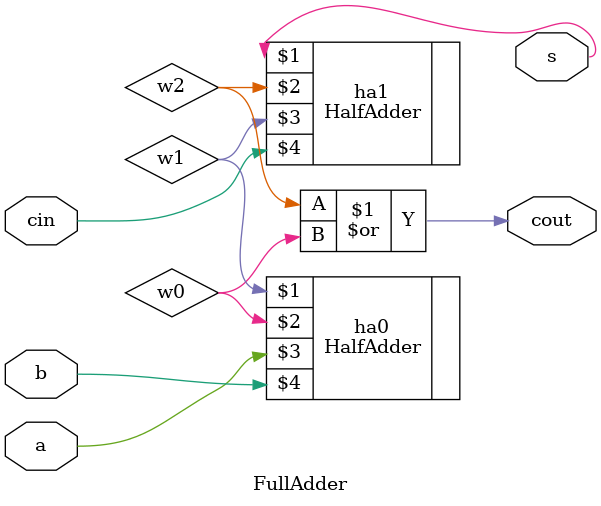
<source format=v>
/* módulo FullAdder */

`ifndef _FullAdder_
`define _FullAdder_
`include "HalfAdder.v"

module FullAdder(s, cout, a, b, cin);
    input a, b, cin;
    output s, cout;
    wire w0, w1, w2;

    HalfAdder ha0(w1, w0, a, b);
    HalfAdder ha1(s, w2, w1, cin);
    or or0(cout, w2, w0);

    // Descrição de conexões internas do módulo

endmodule

`endif
</source>
